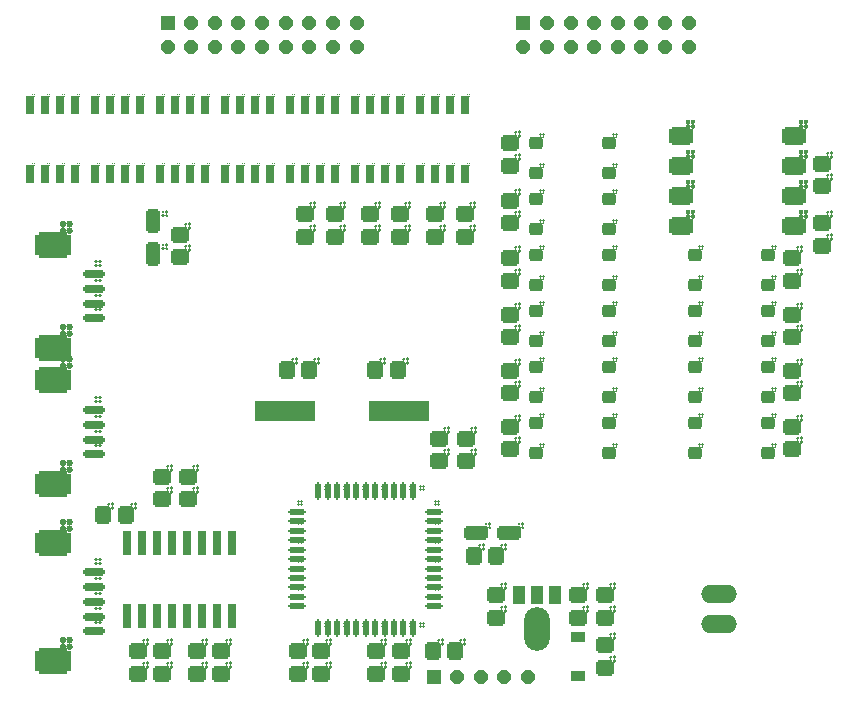
<source format=gbr>
G04 BEGIN FILE *
G04 EdaTools v1.0. *
G04 EdaTools CAM processor. Gerber generator. *
G04 Start timestamp: 10:59:19.737 *
G04 BEGIN HEADER *
%TF.FileFunction,Soldermask,Top*%
%TF.FilePolarity,Negative*%
%TF.Part,Single*%
%MOMM*%
%FSLAX35Y35*%
G04 END HEADER *
G04 BEGIN MACROS *
%AMM2*21,1,$1,$2,0,0,$3*%
%AMM1*21,1,$1,$2-$3-$3,0,0,$4*
21,1,$1-$3-$3,$2,0,0,$4*
$5=$1/2*
$6=$2/2*
$7=2x$3*
1,1,$7,$5-$3,$6-$3,$4*
1,1,$7,-$5+$3,$6-$3,$4*
1,1,$7,-$5+$3,-$6+$3,$4*
1,1,$7,$5-$3,-$6+$3,$4*%
G04 END MACROS *
G04 BEGIN APERTURES *
%ADD10R,1.2X1.2*%
%ADD11P,1.2X8X112.5*%
%ADD12M1,1.3X1.5X0.1625X90*%
%ADD13R,0.6604X2.032*%
%ADD14M1,1.3X1.5X0.1625X270*%
%ADD15M1,0.7X1.8X0.175X90*%
%ADD16M1,2.25X3X0.28125X90*%
%ADD17M1,1.3X1.5X0.1625X0*%
%ADD18R,5.08X1.778*%
%ADD19M1,1.3X1.5X0.1625X180*%
%ADD20M1,1.5X0.5X0.125X90*%
%ADD21M1,0.5X1.5X0.125X90*%
%ADD22M1,2X1.2X0.15X90*%
%ADD23O,3.048X1.524*%
%ADD24M1,2X1.2X0.15X0*%
%ADD25O,2.2X3.7*%
%ADD26R,1.05X1.575*%
%ADD27M1,0.6X1.6X0.075X180*%
%ADD28R,1.22X0.91*%
%ADD29M1,1X1.25X0.125X270*%
%ADD30M1,1X1.25X0.125X90*%
%ADD31P,1.2X8X22.5*%
%ADD32R,1.2X1.2*%
%ADD33M1,1.6X2X0.2X90*%
G04 END APERTURES *
G04 BEGIN POLYGONS *
G04 END POLYGONS *
G04 BEGIN IMAGE *
D10*
X03525000Y00850000D03*
D11*
X03725000D03*
X03925000D03*
X04125000D03*
X04325000D03*
D12*
X04175000Y05180000D03*
Y05370000D03*
Y04692500D03*
Y04882500D03*
Y04205000D03*
Y04395000D03*
Y03730000D03*
Y03920000D03*
D13*
X00930500Y01367660D03*
Y01982340D03*
X01057500Y01367660D03*
X01184500D03*
X01057500Y01982340D03*
X01184500D03*
X01311500Y01367660D03*
Y01982340D03*
X01438500Y01367660D03*
Y01982340D03*
X01565500Y01367660D03*
X01692500D03*
X01565500Y01982340D03*
X01692500D03*
X01819500Y01367660D03*
Y01982340D03*
D14*
X01025000Y01070000D03*
Y00880000D03*
X01725000Y01070000D03*
Y00880000D03*
X01225000Y01070000D03*
Y00880000D03*
X01525000Y01070000D03*
Y00880000D03*
D15*
X00650000Y02862500D03*
Y02737500D03*
Y02987500D03*
Y03112500D03*
D16*
X00300000Y02487500D03*
X00300000Y03362500D03*
D15*
X00650000Y04012500D03*
Y03887500D03*
Y04137500D03*
Y04262500D03*
D16*
X00300000Y03637500D03*
X00300000Y04512500D03*
D14*
X03800000Y02870000D03*
Y02680000D03*
X03575000Y02870000D03*
Y02680000D03*
D17*
X00730000Y02225000D03*
X00920000D03*
D18*
X03232600Y03100000D03*
X02267400D03*
D19*
X03220000Y03450000D03*
X03030000D03*
D17*
X02280000D03*
X02470000D03*
D12*
X01450000Y02355000D03*
Y02545000D03*
X01225000Y02355000D03*
Y02545000D03*
X04175000Y03255000D03*
Y03445000D03*
Y02780000D03*
Y02970000D03*
D20*
X02550000Y01270000D03*
X02630000D03*
X02710000D03*
X02790000D03*
X02870000D03*
X02950000D03*
X03030000D03*
X03110000D03*
X03190000D03*
X03270000D03*
X03350000D03*
D21*
X03530000Y01450000D03*
Y01530000D03*
Y01610000D03*
Y01690000D03*
Y01770000D03*
Y01850000D03*
Y01930000D03*
Y02010000D03*
Y02090000D03*
Y02170000D03*
Y02250000D03*
D20*
X03350000Y02430000D03*
X03270000D03*
X03190000D03*
X03110000D03*
X03030000D03*
X02950000D03*
X02870000D03*
X02790000D03*
X02710000D03*
X02630000D03*
X02550000D03*
D21*
X02370000Y02250000D03*
Y02170000D03*
Y02090000D03*
Y02010000D03*
Y01930000D03*
Y01850000D03*
Y01770000D03*
Y01690000D03*
Y01610000D03*
Y01530000D03*
Y01450000D03*
D12*
X03037500Y00880000D03*
Y01070000D03*
X03250000Y00880000D03*
Y01070000D03*
D14*
X06562500Y02970000D03*
Y02780000D03*
Y03445000D03*
Y03255000D03*
X04050000Y01545000D03*
Y01355000D03*
D12*
X04750000D03*
Y01545000D03*
D22*
X01150000Y04435000D03*
Y04715000D03*
D23*
X05944000Y01552000D03*
Y01298000D03*
D14*
X01375000Y04595000D03*
Y04405000D03*
D24*
X03885000Y02075000D03*
X04165000D03*
D19*
X04057500Y01875000D03*
X03867500D03*
D12*
X02575000Y00880000D03*
Y01070000D03*
D14*
X02375000Y01070000D03*
Y00880000D03*
X06562500Y03920000D03*
Y03730000D03*
Y04395000D03*
Y04205000D03*
D15*
X00650000Y01362500D03*
Y01237500D03*
Y01487500D03*
Y01612500D03*
D16*
X00300000Y00987500D03*
X00300000Y01987500D03*
D15*
X00650000Y01739500D03*
D25*
X04400000Y01256000D03*
D26*
X04550000Y01548750D03*
X04250000D03*
X04400000D03*
D12*
X04975000Y01355000D03*
Y01545000D03*
D14*
Y01120000D03*
Y00930000D03*
X02687500Y04770000D03*
Y04580000D03*
X02437500Y04770000D03*
Y04580000D03*
D17*
X03517500Y01075000D03*
X03707500D03*
D27*
X00363500Y05691750D03*
X00363500Y05108250D03*
X00490500Y05691750D03*
X00236500D03*
X00109500D03*
X00490500Y05108250D03*
X00236500D03*
X00109500D03*
X00913500Y05691750D03*
Y05108250D03*
X01040500Y05691750D03*
X00786500D03*
X00659500D03*
X01040500Y05108250D03*
X00786500D03*
X00659500D03*
X01463500Y05691750D03*
Y05108250D03*
X01590500Y05691750D03*
X01336500D03*
X01209500D03*
X01590500Y05108250D03*
X01336500D03*
X01209500D03*
X02013500Y05691750D03*
Y05108250D03*
X02140500Y05691750D03*
X01886500D03*
X01759500D03*
X02140500Y05108250D03*
X01886500D03*
X01759500D03*
X02563500Y05691750D03*
Y05108250D03*
X02690500Y05691750D03*
X02436500D03*
X02309500D03*
X02690500Y05108250D03*
X02436500D03*
X02309500D03*
D28*
X04750000Y00862500D03*
Y01187500D03*
D29*
X04390000Y05377000D03*
Y05123000D03*
X05010000D03*
Y05377000D03*
X04390000Y04902000D03*
Y04648000D03*
X05010000D03*
Y04902000D03*
X04390000Y04427000D03*
Y04173000D03*
X05010000D03*
Y04427000D03*
X04390000Y03952000D03*
Y03698000D03*
X05010000D03*
Y03952000D03*
X04390000Y03477000D03*
Y03223000D03*
X05010000D03*
Y03477000D03*
X04390000Y03002000D03*
Y02748000D03*
X05010000D03*
Y03002000D03*
D30*
X06360000Y02748000D03*
Y03002000D03*
X05740000D03*
Y02748000D03*
X06360000Y03223000D03*
Y03477000D03*
X05740000D03*
Y03223000D03*
X06360000Y03698000D03*
Y03952000D03*
X05740000D03*
Y03698000D03*
X06360000Y04173000D03*
Y04427000D03*
X05740000D03*
Y04173000D03*
D14*
X03237500Y04770000D03*
Y04580000D03*
X02987500Y04770000D03*
Y04580000D03*
D27*
X03113500Y05691750D03*
Y05108250D03*
X03240500Y05691750D03*
X02986500D03*
X02859500D03*
X03240500Y05108250D03*
X02986500D03*
X02859500D03*
D31*
X01273000Y06187500D03*
D32*
Y06387500D03*
D31*
X01473000Y06187500D03*
Y06387500D03*
X01673000Y06187500D03*
Y06387500D03*
X01873000Y06187500D03*
Y06387500D03*
X02073000Y06187500D03*
Y06387500D03*
X02273000Y06187500D03*
Y06387500D03*
X02473000Y06187500D03*
Y06387500D03*
X02673000Y06187500D03*
Y06387500D03*
X02873000D03*
Y06187500D03*
X04285500D03*
D32*
Y06387500D03*
D31*
X04485500Y06187500D03*
Y06387500D03*
X04685500Y06187500D03*
Y06387500D03*
X04885500Y06187500D03*
Y06387500D03*
X05085500Y06187500D03*
Y06387500D03*
X05285500Y06187500D03*
Y06387500D03*
X05485500Y06187500D03*
Y06387500D03*
X05685500Y06187500D03*
Y06387500D03*
D12*
X06812500Y04505000D03*
Y04695000D03*
Y05005000D03*
Y05195000D03*
D33*
X06577000Y04669000D03*
Y04923000D03*
Y05177000D03*
Y05431000D03*
X05623000D03*
Y05177000D03*
Y04923000D03*
Y04669000D03*
D27*
X03663500Y05691750D03*
Y05108250D03*
X03790500Y05691750D03*
X03536500D03*
X03409500D03*
X03790500Y05108250D03*
X03536500D03*
X03409500D03*
D14*
X03787500Y04770000D03*
Y04580000D03*
X03537500Y04770000D03*
Y04580000D03*
G04 END IMAGE *
M02*
G04 End timestamp: 10:59:19.753 *
G04 END FILE *

</source>
